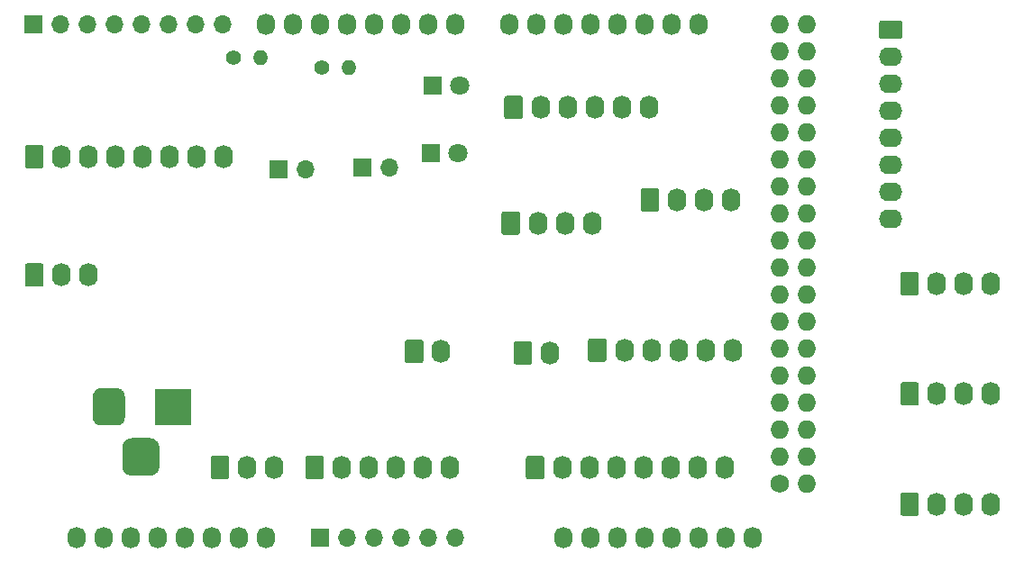
<source format=gbr>
G04 #@! TF.GenerationSoftware,KiCad,Pcbnew,(5.1.5-0-10_14)*
G04 #@! TF.CreationDate,2021-10-24T15:35:04+10:00*
G04 #@! TF.ProjectId,Hornet Forward Output Shield,486f726e-6574-4204-966f-727761726420,rev?*
G04 #@! TF.SameCoordinates,Original*
G04 #@! TF.FileFunction,Soldermask,Bot*
G04 #@! TF.FilePolarity,Negative*
%FSLAX46Y46*%
G04 Gerber Fmt 4.6, Leading zero omitted, Abs format (unit mm)*
G04 Created by KiCad (PCBNEW (5.1.5-0-10_14)) date 2021-10-24 15:35:04*
%MOMM*%
%LPD*%
G04 APERTURE LIST*
%ADD10O,1.740000X2.200000*%
%ADD11C,0.100000*%
%ADD12R,3.500000X3.500000*%
%ADD13O,1.700000X1.700000*%
%ADD14R,1.700000X1.700000*%
%ADD15O,2.200000X1.740000*%
%ADD16C,1.400000*%
%ADD17O,1.400000X1.400000*%
%ADD18C,1.800000*%
%ADD19R,1.800000X1.800000*%
%ADD20C,1.727200*%
%ADD21O,1.727200X1.727200*%
%ADD22O,1.727200X2.032000*%
G04 APERTURE END LIST*
D10*
X149860000Y-112522000D03*
X147320000Y-112522000D03*
D11*
G36*
X145424505Y-111423204D02*
G01*
X145448773Y-111426804D01*
X145472572Y-111432765D01*
X145495671Y-111441030D01*
X145517850Y-111451520D01*
X145538893Y-111464132D01*
X145558599Y-111478747D01*
X145576777Y-111495223D01*
X145593253Y-111513401D01*
X145607868Y-111533107D01*
X145620480Y-111554150D01*
X145630970Y-111576329D01*
X145639235Y-111599428D01*
X145645196Y-111623227D01*
X145648796Y-111647495D01*
X145650000Y-111671999D01*
X145650000Y-113372001D01*
X145648796Y-113396505D01*
X145645196Y-113420773D01*
X145639235Y-113444572D01*
X145630970Y-113467671D01*
X145620480Y-113489850D01*
X145607868Y-113510893D01*
X145593253Y-113530599D01*
X145576777Y-113548777D01*
X145558599Y-113565253D01*
X145538893Y-113579868D01*
X145517850Y-113592480D01*
X145495671Y-113602970D01*
X145472572Y-113611235D01*
X145448773Y-113617196D01*
X145424505Y-113620796D01*
X145400001Y-113622000D01*
X144159999Y-113622000D01*
X144135495Y-113620796D01*
X144111227Y-113617196D01*
X144087428Y-113611235D01*
X144064329Y-113602970D01*
X144042150Y-113592480D01*
X144021107Y-113579868D01*
X144001401Y-113565253D01*
X143983223Y-113548777D01*
X143966747Y-113530599D01*
X143952132Y-113510893D01*
X143939520Y-113489850D01*
X143929030Y-113467671D01*
X143920765Y-113444572D01*
X143914804Y-113420773D01*
X143911204Y-113396505D01*
X143910000Y-113372001D01*
X143910000Y-111671999D01*
X143911204Y-111647495D01*
X143914804Y-111623227D01*
X143920765Y-111599428D01*
X143929030Y-111576329D01*
X143939520Y-111554150D01*
X143952132Y-111533107D01*
X143966747Y-111513401D01*
X143983223Y-111495223D01*
X144001401Y-111478747D01*
X144021107Y-111464132D01*
X144042150Y-111451520D01*
X144064329Y-111441030D01*
X144087428Y-111432765D01*
X144111227Y-111426804D01*
X144135495Y-111423204D01*
X144159999Y-111422000D01*
X145400001Y-111422000D01*
X145424505Y-111423204D01*
G37*
D10*
X166370000Y-112522000D03*
X163830000Y-112522000D03*
X161290000Y-112522000D03*
X158750000Y-112522000D03*
X156210000Y-112522000D03*
D11*
G36*
X154314505Y-111423204D02*
G01*
X154338773Y-111426804D01*
X154362572Y-111432765D01*
X154385671Y-111441030D01*
X154407850Y-111451520D01*
X154428893Y-111464132D01*
X154448599Y-111478747D01*
X154466777Y-111495223D01*
X154483253Y-111513401D01*
X154497868Y-111533107D01*
X154510480Y-111554150D01*
X154520970Y-111576329D01*
X154529235Y-111599428D01*
X154535196Y-111623227D01*
X154538796Y-111647495D01*
X154540000Y-111671999D01*
X154540000Y-113372001D01*
X154538796Y-113396505D01*
X154535196Y-113420773D01*
X154529235Y-113444572D01*
X154520970Y-113467671D01*
X154510480Y-113489850D01*
X154497868Y-113510893D01*
X154483253Y-113530599D01*
X154466777Y-113548777D01*
X154448599Y-113565253D01*
X154428893Y-113579868D01*
X154407850Y-113592480D01*
X154385671Y-113602970D01*
X154362572Y-113611235D01*
X154338773Y-113617196D01*
X154314505Y-113620796D01*
X154290001Y-113622000D01*
X153049999Y-113622000D01*
X153025495Y-113620796D01*
X153001227Y-113617196D01*
X152977428Y-113611235D01*
X152954329Y-113602970D01*
X152932150Y-113592480D01*
X152911107Y-113579868D01*
X152891401Y-113565253D01*
X152873223Y-113548777D01*
X152856747Y-113530599D01*
X152842132Y-113510893D01*
X152829520Y-113489850D01*
X152819030Y-113467671D01*
X152810765Y-113444572D01*
X152804804Y-113420773D01*
X152801204Y-113396505D01*
X152800000Y-113372001D01*
X152800000Y-111671999D01*
X152801204Y-111647495D01*
X152804804Y-111623227D01*
X152810765Y-111599428D01*
X152819030Y-111576329D01*
X152829520Y-111554150D01*
X152842132Y-111533107D01*
X152856747Y-111513401D01*
X152873223Y-111495223D01*
X152891401Y-111478747D01*
X152911107Y-111464132D01*
X152932150Y-111451520D01*
X152954329Y-111441030D01*
X152977428Y-111432765D01*
X153001227Y-111426804D01*
X153025495Y-111423204D01*
X153049999Y-111422000D01*
X154290001Y-111422000D01*
X154314505Y-111423204D01*
G37*
D10*
X165544000Y-101600000D03*
D11*
G36*
X163648505Y-100501204D02*
G01*
X163672773Y-100504804D01*
X163696572Y-100510765D01*
X163719671Y-100519030D01*
X163741850Y-100529520D01*
X163762893Y-100542132D01*
X163782599Y-100556747D01*
X163800777Y-100573223D01*
X163817253Y-100591401D01*
X163831868Y-100611107D01*
X163844480Y-100632150D01*
X163854970Y-100654329D01*
X163863235Y-100677428D01*
X163869196Y-100701227D01*
X163872796Y-100725495D01*
X163874000Y-100749999D01*
X163874000Y-102450001D01*
X163872796Y-102474505D01*
X163869196Y-102498773D01*
X163863235Y-102522572D01*
X163854970Y-102545671D01*
X163844480Y-102567850D01*
X163831868Y-102588893D01*
X163817253Y-102608599D01*
X163800777Y-102626777D01*
X163782599Y-102643253D01*
X163762893Y-102657868D01*
X163741850Y-102670480D01*
X163719671Y-102680970D01*
X163696572Y-102689235D01*
X163672773Y-102695196D01*
X163648505Y-102698796D01*
X163624001Y-102700000D01*
X162383999Y-102700000D01*
X162359495Y-102698796D01*
X162335227Y-102695196D01*
X162311428Y-102689235D01*
X162288329Y-102680970D01*
X162266150Y-102670480D01*
X162245107Y-102657868D01*
X162225401Y-102643253D01*
X162207223Y-102626777D01*
X162190747Y-102608599D01*
X162176132Y-102588893D01*
X162163520Y-102567850D01*
X162153030Y-102545671D01*
X162144765Y-102522572D01*
X162138804Y-102498773D01*
X162135204Y-102474505D01*
X162134000Y-102450001D01*
X162134000Y-100749999D01*
X162135204Y-100725495D01*
X162138804Y-100701227D01*
X162144765Y-100677428D01*
X162153030Y-100654329D01*
X162163520Y-100632150D01*
X162176132Y-100611107D01*
X162190747Y-100591401D01*
X162207223Y-100573223D01*
X162225401Y-100556747D01*
X162245107Y-100542132D01*
X162266150Y-100529520D01*
X162288329Y-100519030D01*
X162311428Y-100510765D01*
X162335227Y-100504804D01*
X162359495Y-100501204D01*
X162383999Y-100500000D01*
X163624001Y-100500000D01*
X163648505Y-100501204D01*
G37*
D10*
X145098000Y-83312000D03*
X142558000Y-83312000D03*
X140018000Y-83312000D03*
X137478000Y-83312000D03*
X134938000Y-83312000D03*
X132398000Y-83312000D03*
X129858000Y-83312000D03*
D11*
G36*
X127962505Y-82213204D02*
G01*
X127986773Y-82216804D01*
X128010572Y-82222765D01*
X128033671Y-82231030D01*
X128055850Y-82241520D01*
X128076893Y-82254132D01*
X128096599Y-82268747D01*
X128114777Y-82285223D01*
X128131253Y-82303401D01*
X128145868Y-82323107D01*
X128158480Y-82344150D01*
X128168970Y-82366329D01*
X128177235Y-82389428D01*
X128183196Y-82413227D01*
X128186796Y-82437495D01*
X128188000Y-82461999D01*
X128188000Y-84162001D01*
X128186796Y-84186505D01*
X128183196Y-84210773D01*
X128177235Y-84234572D01*
X128168970Y-84257671D01*
X128158480Y-84279850D01*
X128145868Y-84300893D01*
X128131253Y-84320599D01*
X128114777Y-84338777D01*
X128096599Y-84355253D01*
X128076893Y-84369868D01*
X128055850Y-84382480D01*
X128033671Y-84392970D01*
X128010572Y-84401235D01*
X127986773Y-84407196D01*
X127962505Y-84410796D01*
X127938001Y-84412000D01*
X126697999Y-84412000D01*
X126673495Y-84410796D01*
X126649227Y-84407196D01*
X126625428Y-84401235D01*
X126602329Y-84392970D01*
X126580150Y-84382480D01*
X126559107Y-84369868D01*
X126539401Y-84355253D01*
X126521223Y-84338777D01*
X126504747Y-84320599D01*
X126490132Y-84300893D01*
X126477520Y-84279850D01*
X126467030Y-84257671D01*
X126458765Y-84234572D01*
X126452804Y-84210773D01*
X126449204Y-84186505D01*
X126448000Y-84162001D01*
X126448000Y-82461999D01*
X126449204Y-82437495D01*
X126452804Y-82413227D01*
X126458765Y-82389428D01*
X126467030Y-82366329D01*
X126477520Y-82344150D01*
X126490132Y-82323107D01*
X126504747Y-82303401D01*
X126521223Y-82285223D01*
X126539401Y-82268747D01*
X126559107Y-82254132D01*
X126580150Y-82241520D01*
X126602329Y-82231030D01*
X126625428Y-82222765D01*
X126649227Y-82216804D01*
X126673495Y-82213204D01*
X126697999Y-82212000D01*
X127938001Y-82212000D01*
X127962505Y-82213204D01*
G37*
G36*
X138295765Y-109761213D02*
G01*
X138380704Y-109773813D01*
X138463999Y-109794677D01*
X138544848Y-109823605D01*
X138622472Y-109860319D01*
X138696124Y-109904464D01*
X138765094Y-109955616D01*
X138828718Y-110013282D01*
X138886384Y-110076906D01*
X138937536Y-110145876D01*
X138981681Y-110219528D01*
X139018395Y-110297152D01*
X139047323Y-110378001D01*
X139068187Y-110461296D01*
X139080787Y-110546235D01*
X139085000Y-110632000D01*
X139085000Y-112382000D01*
X139080787Y-112467765D01*
X139068187Y-112552704D01*
X139047323Y-112635999D01*
X139018395Y-112716848D01*
X138981681Y-112794472D01*
X138937536Y-112868124D01*
X138886384Y-112937094D01*
X138828718Y-113000718D01*
X138765094Y-113058384D01*
X138696124Y-113109536D01*
X138622472Y-113153681D01*
X138544848Y-113190395D01*
X138463999Y-113219323D01*
X138380704Y-113240187D01*
X138295765Y-113252787D01*
X138210000Y-113257000D01*
X136460000Y-113257000D01*
X136374235Y-113252787D01*
X136289296Y-113240187D01*
X136206001Y-113219323D01*
X136125152Y-113190395D01*
X136047528Y-113153681D01*
X135973876Y-113109536D01*
X135904906Y-113058384D01*
X135841282Y-113000718D01*
X135783616Y-112937094D01*
X135732464Y-112868124D01*
X135688319Y-112794472D01*
X135651605Y-112716848D01*
X135622677Y-112635999D01*
X135601813Y-112552704D01*
X135589213Y-112467765D01*
X135585000Y-112382000D01*
X135585000Y-110632000D01*
X135589213Y-110546235D01*
X135601813Y-110461296D01*
X135622677Y-110378001D01*
X135651605Y-110297152D01*
X135688319Y-110219528D01*
X135732464Y-110145876D01*
X135783616Y-110076906D01*
X135841282Y-110013282D01*
X135904906Y-109955616D01*
X135973876Y-109904464D01*
X136047528Y-109860319D01*
X136125152Y-109823605D01*
X136206001Y-109794677D01*
X136289296Y-109773813D01*
X136374235Y-109761213D01*
X136460000Y-109757000D01*
X138210000Y-109757000D01*
X138295765Y-109761213D01*
G37*
G36*
X135158513Y-105060611D02*
G01*
X135231318Y-105071411D01*
X135302714Y-105089295D01*
X135372013Y-105114090D01*
X135438548Y-105145559D01*
X135501678Y-105183398D01*
X135560795Y-105227242D01*
X135615330Y-105276670D01*
X135664758Y-105331205D01*
X135708602Y-105390322D01*
X135746441Y-105453452D01*
X135777910Y-105519987D01*
X135802705Y-105589286D01*
X135820589Y-105660682D01*
X135831389Y-105733487D01*
X135835000Y-105807000D01*
X135835000Y-107807000D01*
X135831389Y-107880513D01*
X135820589Y-107953318D01*
X135802705Y-108024714D01*
X135777910Y-108094013D01*
X135746441Y-108160548D01*
X135708602Y-108223678D01*
X135664758Y-108282795D01*
X135615330Y-108337330D01*
X135560795Y-108386758D01*
X135501678Y-108430602D01*
X135438548Y-108468441D01*
X135372013Y-108499910D01*
X135302714Y-108524705D01*
X135231318Y-108542589D01*
X135158513Y-108553389D01*
X135085000Y-108557000D01*
X133585000Y-108557000D01*
X133511487Y-108553389D01*
X133438682Y-108542589D01*
X133367286Y-108524705D01*
X133297987Y-108499910D01*
X133231452Y-108468441D01*
X133168322Y-108430602D01*
X133109205Y-108386758D01*
X133054670Y-108337330D01*
X133005242Y-108282795D01*
X132961398Y-108223678D01*
X132923559Y-108160548D01*
X132892090Y-108094013D01*
X132867295Y-108024714D01*
X132849411Y-107953318D01*
X132838611Y-107880513D01*
X132835000Y-107807000D01*
X132835000Y-105807000D01*
X132838611Y-105733487D01*
X132849411Y-105660682D01*
X132867295Y-105589286D01*
X132892090Y-105519987D01*
X132923559Y-105453452D01*
X132961398Y-105390322D01*
X133005242Y-105331205D01*
X133054670Y-105276670D01*
X133109205Y-105227242D01*
X133168322Y-105183398D01*
X133231452Y-105145559D01*
X133297987Y-105114090D01*
X133367286Y-105089295D01*
X133438682Y-105071411D01*
X133511487Y-105060611D01*
X133585000Y-105057000D01*
X135085000Y-105057000D01*
X135158513Y-105060611D01*
G37*
D12*
X140335000Y-106807000D03*
D13*
X152781000Y-84455000D03*
D14*
X150241000Y-84455000D03*
D13*
X160655000Y-84328000D03*
D14*
X158115000Y-84328000D03*
D10*
X179705000Y-89535000D03*
X177165000Y-89535000D03*
X174625000Y-89535000D03*
D11*
G36*
X172729505Y-88436204D02*
G01*
X172753773Y-88439804D01*
X172777572Y-88445765D01*
X172800671Y-88454030D01*
X172822850Y-88464520D01*
X172843893Y-88477132D01*
X172863599Y-88491747D01*
X172881777Y-88508223D01*
X172898253Y-88526401D01*
X172912868Y-88546107D01*
X172925480Y-88567150D01*
X172935970Y-88589329D01*
X172944235Y-88612428D01*
X172950196Y-88636227D01*
X172953796Y-88660495D01*
X172955000Y-88684999D01*
X172955000Y-90385001D01*
X172953796Y-90409505D01*
X172950196Y-90433773D01*
X172944235Y-90457572D01*
X172935970Y-90480671D01*
X172925480Y-90502850D01*
X172912868Y-90523893D01*
X172898253Y-90543599D01*
X172881777Y-90561777D01*
X172863599Y-90578253D01*
X172843893Y-90592868D01*
X172822850Y-90605480D01*
X172800671Y-90615970D01*
X172777572Y-90624235D01*
X172753773Y-90630196D01*
X172729505Y-90633796D01*
X172705001Y-90635000D01*
X171464999Y-90635000D01*
X171440495Y-90633796D01*
X171416227Y-90630196D01*
X171392428Y-90624235D01*
X171369329Y-90615970D01*
X171347150Y-90605480D01*
X171326107Y-90592868D01*
X171306401Y-90578253D01*
X171288223Y-90561777D01*
X171271747Y-90543599D01*
X171257132Y-90523893D01*
X171244520Y-90502850D01*
X171234030Y-90480671D01*
X171225765Y-90457572D01*
X171219804Y-90433773D01*
X171216204Y-90409505D01*
X171215000Y-90385001D01*
X171215000Y-88684999D01*
X171216204Y-88660495D01*
X171219804Y-88636227D01*
X171225765Y-88612428D01*
X171234030Y-88589329D01*
X171244520Y-88567150D01*
X171257132Y-88546107D01*
X171271747Y-88526401D01*
X171288223Y-88508223D01*
X171306401Y-88491747D01*
X171326107Y-88477132D01*
X171347150Y-88464520D01*
X171369329Y-88454030D01*
X171392428Y-88445765D01*
X171416227Y-88439804D01*
X171440495Y-88436204D01*
X171464999Y-88435000D01*
X172705001Y-88435000D01*
X172729505Y-88436204D01*
G37*
D10*
X192786000Y-87376000D03*
X190246000Y-87376000D03*
X187706000Y-87376000D03*
D11*
G36*
X185810505Y-86277204D02*
G01*
X185834773Y-86280804D01*
X185858572Y-86286765D01*
X185881671Y-86295030D01*
X185903850Y-86305520D01*
X185924893Y-86318132D01*
X185944599Y-86332747D01*
X185962777Y-86349223D01*
X185979253Y-86367401D01*
X185993868Y-86387107D01*
X186006480Y-86408150D01*
X186016970Y-86430329D01*
X186025235Y-86453428D01*
X186031196Y-86477227D01*
X186034796Y-86501495D01*
X186036000Y-86525999D01*
X186036000Y-88226001D01*
X186034796Y-88250505D01*
X186031196Y-88274773D01*
X186025235Y-88298572D01*
X186016970Y-88321671D01*
X186006480Y-88343850D01*
X185993868Y-88364893D01*
X185979253Y-88384599D01*
X185962777Y-88402777D01*
X185944599Y-88419253D01*
X185924893Y-88433868D01*
X185903850Y-88446480D01*
X185881671Y-88456970D01*
X185858572Y-88465235D01*
X185834773Y-88471196D01*
X185810505Y-88474796D01*
X185786001Y-88476000D01*
X184545999Y-88476000D01*
X184521495Y-88474796D01*
X184497227Y-88471196D01*
X184473428Y-88465235D01*
X184450329Y-88456970D01*
X184428150Y-88446480D01*
X184407107Y-88433868D01*
X184387401Y-88419253D01*
X184369223Y-88402777D01*
X184352747Y-88384599D01*
X184338132Y-88364893D01*
X184325520Y-88343850D01*
X184315030Y-88321671D01*
X184306765Y-88298572D01*
X184300804Y-88274773D01*
X184297204Y-88250505D01*
X184296000Y-88226001D01*
X184296000Y-86525999D01*
X184297204Y-86501495D01*
X184300804Y-86477227D01*
X184306765Y-86453428D01*
X184315030Y-86430329D01*
X184325520Y-86408150D01*
X184338132Y-86387107D01*
X184352747Y-86367401D01*
X184369223Y-86349223D01*
X184387401Y-86332747D01*
X184407107Y-86318132D01*
X184428150Y-86305520D01*
X184450329Y-86295030D01*
X184473428Y-86286765D01*
X184497227Y-86280804D01*
X184521495Y-86277204D01*
X184545999Y-86276000D01*
X185786001Y-86276000D01*
X185810505Y-86277204D01*
G37*
D10*
X192151000Y-112522000D03*
X189611000Y-112522000D03*
X187071000Y-112522000D03*
X184531000Y-112522000D03*
X181991000Y-112522000D03*
X179451000Y-112522000D03*
X176911000Y-112522000D03*
D11*
G36*
X175015505Y-111423204D02*
G01*
X175039773Y-111426804D01*
X175063572Y-111432765D01*
X175086671Y-111441030D01*
X175108850Y-111451520D01*
X175129893Y-111464132D01*
X175149599Y-111478747D01*
X175167777Y-111495223D01*
X175184253Y-111513401D01*
X175198868Y-111533107D01*
X175211480Y-111554150D01*
X175221970Y-111576329D01*
X175230235Y-111599428D01*
X175236196Y-111623227D01*
X175239796Y-111647495D01*
X175241000Y-111671999D01*
X175241000Y-113372001D01*
X175239796Y-113396505D01*
X175236196Y-113420773D01*
X175230235Y-113444572D01*
X175221970Y-113467671D01*
X175211480Y-113489850D01*
X175198868Y-113510893D01*
X175184253Y-113530599D01*
X175167777Y-113548777D01*
X175149599Y-113565253D01*
X175129893Y-113579868D01*
X175108850Y-113592480D01*
X175086671Y-113602970D01*
X175063572Y-113611235D01*
X175039773Y-113617196D01*
X175015505Y-113620796D01*
X174991001Y-113622000D01*
X173750999Y-113622000D01*
X173726495Y-113620796D01*
X173702227Y-113617196D01*
X173678428Y-113611235D01*
X173655329Y-113602970D01*
X173633150Y-113592480D01*
X173612107Y-113579868D01*
X173592401Y-113565253D01*
X173574223Y-113548777D01*
X173557747Y-113530599D01*
X173543132Y-113510893D01*
X173530520Y-113489850D01*
X173520030Y-113467671D01*
X173511765Y-113444572D01*
X173505804Y-113420773D01*
X173502204Y-113396505D01*
X173501000Y-113372001D01*
X173501000Y-111671999D01*
X173502204Y-111647495D01*
X173505804Y-111623227D01*
X173511765Y-111599428D01*
X173520030Y-111576329D01*
X173530520Y-111554150D01*
X173543132Y-111533107D01*
X173557747Y-111513401D01*
X173574223Y-111495223D01*
X173592401Y-111478747D01*
X173612107Y-111464132D01*
X173633150Y-111451520D01*
X173655329Y-111441030D01*
X173678428Y-111432765D01*
X173702227Y-111426804D01*
X173726495Y-111423204D01*
X173750999Y-111422000D01*
X174991001Y-111422000D01*
X175015505Y-111423204D01*
G37*
D10*
X217170000Y-105600000D03*
X214630000Y-105600000D03*
X212090000Y-105600000D03*
D11*
G36*
X210194505Y-104501204D02*
G01*
X210218773Y-104504804D01*
X210242572Y-104510765D01*
X210265671Y-104519030D01*
X210287850Y-104529520D01*
X210308893Y-104542132D01*
X210328599Y-104556747D01*
X210346777Y-104573223D01*
X210363253Y-104591401D01*
X210377868Y-104611107D01*
X210390480Y-104632150D01*
X210400970Y-104654329D01*
X210409235Y-104677428D01*
X210415196Y-104701227D01*
X210418796Y-104725495D01*
X210420000Y-104749999D01*
X210420000Y-106450001D01*
X210418796Y-106474505D01*
X210415196Y-106498773D01*
X210409235Y-106522572D01*
X210400970Y-106545671D01*
X210390480Y-106567850D01*
X210377868Y-106588893D01*
X210363253Y-106608599D01*
X210346777Y-106626777D01*
X210328599Y-106643253D01*
X210308893Y-106657868D01*
X210287850Y-106670480D01*
X210265671Y-106680970D01*
X210242572Y-106689235D01*
X210218773Y-106695196D01*
X210194505Y-106698796D01*
X210170001Y-106700000D01*
X208929999Y-106700000D01*
X208905495Y-106698796D01*
X208881227Y-106695196D01*
X208857428Y-106689235D01*
X208834329Y-106680970D01*
X208812150Y-106670480D01*
X208791107Y-106657868D01*
X208771401Y-106643253D01*
X208753223Y-106626777D01*
X208736747Y-106608599D01*
X208722132Y-106588893D01*
X208709520Y-106567850D01*
X208699030Y-106545671D01*
X208690765Y-106522572D01*
X208684804Y-106498773D01*
X208681204Y-106474505D01*
X208680000Y-106450001D01*
X208680000Y-104749999D01*
X208681204Y-104725495D01*
X208684804Y-104701227D01*
X208690765Y-104677428D01*
X208699030Y-104654329D01*
X208709520Y-104632150D01*
X208722132Y-104611107D01*
X208736747Y-104591401D01*
X208753223Y-104573223D01*
X208771401Y-104556747D01*
X208791107Y-104542132D01*
X208812150Y-104529520D01*
X208834329Y-104519030D01*
X208857428Y-104510765D01*
X208881227Y-104504804D01*
X208905495Y-104501204D01*
X208929999Y-104500000D01*
X210170001Y-104500000D01*
X210194505Y-104501204D01*
G37*
D10*
X217170000Y-115951000D03*
X214630000Y-115951000D03*
X212090000Y-115951000D03*
D11*
G36*
X210194505Y-114852204D02*
G01*
X210218773Y-114855804D01*
X210242572Y-114861765D01*
X210265671Y-114870030D01*
X210287850Y-114880520D01*
X210308893Y-114893132D01*
X210328599Y-114907747D01*
X210346777Y-114924223D01*
X210363253Y-114942401D01*
X210377868Y-114962107D01*
X210390480Y-114983150D01*
X210400970Y-115005329D01*
X210409235Y-115028428D01*
X210415196Y-115052227D01*
X210418796Y-115076495D01*
X210420000Y-115100999D01*
X210420000Y-116801001D01*
X210418796Y-116825505D01*
X210415196Y-116849773D01*
X210409235Y-116873572D01*
X210400970Y-116896671D01*
X210390480Y-116918850D01*
X210377868Y-116939893D01*
X210363253Y-116959599D01*
X210346777Y-116977777D01*
X210328599Y-116994253D01*
X210308893Y-117008868D01*
X210287850Y-117021480D01*
X210265671Y-117031970D01*
X210242572Y-117040235D01*
X210218773Y-117046196D01*
X210194505Y-117049796D01*
X210170001Y-117051000D01*
X208929999Y-117051000D01*
X208905495Y-117049796D01*
X208881227Y-117046196D01*
X208857428Y-117040235D01*
X208834329Y-117031970D01*
X208812150Y-117021480D01*
X208791107Y-117008868D01*
X208771401Y-116994253D01*
X208753223Y-116977777D01*
X208736747Y-116959599D01*
X208722132Y-116939893D01*
X208709520Y-116918850D01*
X208699030Y-116896671D01*
X208690765Y-116873572D01*
X208684804Y-116849773D01*
X208681204Y-116825505D01*
X208680000Y-116801001D01*
X208680000Y-115100999D01*
X208681204Y-115076495D01*
X208684804Y-115052227D01*
X208690765Y-115028428D01*
X208699030Y-115005329D01*
X208709520Y-114983150D01*
X208722132Y-114962107D01*
X208736747Y-114942401D01*
X208753223Y-114924223D01*
X208771401Y-114907747D01*
X208791107Y-114893132D01*
X208812150Y-114880520D01*
X208834329Y-114870030D01*
X208857428Y-114861765D01*
X208881227Y-114855804D01*
X208905495Y-114852204D01*
X208929999Y-114851000D01*
X210170001Y-114851000D01*
X210194505Y-114852204D01*
G37*
D15*
X207772000Y-89154000D03*
X207772000Y-86614000D03*
X207772000Y-84074000D03*
X207772000Y-81534000D03*
X207772000Y-78994000D03*
X207772000Y-76454000D03*
X207772000Y-73914000D03*
D11*
G36*
X208646505Y-70505204D02*
G01*
X208670773Y-70508804D01*
X208694572Y-70514765D01*
X208717671Y-70523030D01*
X208739850Y-70533520D01*
X208760893Y-70546132D01*
X208780599Y-70560747D01*
X208798777Y-70577223D01*
X208815253Y-70595401D01*
X208829868Y-70615107D01*
X208842480Y-70636150D01*
X208852970Y-70658329D01*
X208861235Y-70681428D01*
X208867196Y-70705227D01*
X208870796Y-70729495D01*
X208872000Y-70753999D01*
X208872000Y-71994001D01*
X208870796Y-72018505D01*
X208867196Y-72042773D01*
X208861235Y-72066572D01*
X208852970Y-72089671D01*
X208842480Y-72111850D01*
X208829868Y-72132893D01*
X208815253Y-72152599D01*
X208798777Y-72170777D01*
X208780599Y-72187253D01*
X208760893Y-72201868D01*
X208739850Y-72214480D01*
X208717671Y-72224970D01*
X208694572Y-72233235D01*
X208670773Y-72239196D01*
X208646505Y-72242796D01*
X208622001Y-72244000D01*
X206921999Y-72244000D01*
X206897495Y-72242796D01*
X206873227Y-72239196D01*
X206849428Y-72233235D01*
X206826329Y-72224970D01*
X206804150Y-72214480D01*
X206783107Y-72201868D01*
X206763401Y-72187253D01*
X206745223Y-72170777D01*
X206728747Y-72152599D01*
X206714132Y-72132893D01*
X206701520Y-72111850D01*
X206691030Y-72089671D01*
X206682765Y-72066572D01*
X206676804Y-72042773D01*
X206673204Y-72018505D01*
X206672000Y-71994001D01*
X206672000Y-70753999D01*
X206673204Y-70729495D01*
X206676804Y-70705227D01*
X206682765Y-70681428D01*
X206691030Y-70658329D01*
X206701520Y-70636150D01*
X206714132Y-70615107D01*
X206728747Y-70595401D01*
X206745223Y-70577223D01*
X206763401Y-70560747D01*
X206783107Y-70546132D01*
X206804150Y-70533520D01*
X206826329Y-70523030D01*
X206849428Y-70514765D01*
X206873227Y-70508804D01*
X206897495Y-70505204D01*
X206921999Y-70504000D01*
X208622001Y-70504000D01*
X208646505Y-70505204D01*
G37*
D10*
X217170000Y-95250000D03*
X214630000Y-95250000D03*
X212090000Y-95250000D03*
D11*
G36*
X210194505Y-94151204D02*
G01*
X210218773Y-94154804D01*
X210242572Y-94160765D01*
X210265671Y-94169030D01*
X210287850Y-94179520D01*
X210308893Y-94192132D01*
X210328599Y-94206747D01*
X210346777Y-94223223D01*
X210363253Y-94241401D01*
X210377868Y-94261107D01*
X210390480Y-94282150D01*
X210400970Y-94304329D01*
X210409235Y-94327428D01*
X210415196Y-94351227D01*
X210418796Y-94375495D01*
X210420000Y-94399999D01*
X210420000Y-96100001D01*
X210418796Y-96124505D01*
X210415196Y-96148773D01*
X210409235Y-96172572D01*
X210400970Y-96195671D01*
X210390480Y-96217850D01*
X210377868Y-96238893D01*
X210363253Y-96258599D01*
X210346777Y-96276777D01*
X210328599Y-96293253D01*
X210308893Y-96307868D01*
X210287850Y-96320480D01*
X210265671Y-96330970D01*
X210242572Y-96339235D01*
X210218773Y-96345196D01*
X210194505Y-96348796D01*
X210170001Y-96350000D01*
X208929999Y-96350000D01*
X208905495Y-96348796D01*
X208881227Y-96345196D01*
X208857428Y-96339235D01*
X208834329Y-96330970D01*
X208812150Y-96320480D01*
X208791107Y-96307868D01*
X208771401Y-96293253D01*
X208753223Y-96276777D01*
X208736747Y-96258599D01*
X208722132Y-96238893D01*
X208709520Y-96217850D01*
X208699030Y-96195671D01*
X208690765Y-96172572D01*
X208684804Y-96148773D01*
X208681204Y-96124505D01*
X208680000Y-96100001D01*
X208680000Y-94399999D01*
X208681204Y-94375495D01*
X208684804Y-94351227D01*
X208690765Y-94327428D01*
X208699030Y-94304329D01*
X208709520Y-94282150D01*
X208722132Y-94261107D01*
X208736747Y-94241401D01*
X208753223Y-94223223D01*
X208771401Y-94206747D01*
X208791107Y-94192132D01*
X208812150Y-94179520D01*
X208834329Y-94169030D01*
X208857428Y-94160765D01*
X208881227Y-94154804D01*
X208905495Y-94151204D01*
X208929999Y-94150000D01*
X210170001Y-94150000D01*
X210194505Y-94151204D01*
G37*
D10*
X192913000Y-101473000D03*
X190373000Y-101473000D03*
X187833000Y-101473000D03*
X185293000Y-101473000D03*
X182753000Y-101473000D03*
D11*
G36*
X180857505Y-100374204D02*
G01*
X180881773Y-100377804D01*
X180905572Y-100383765D01*
X180928671Y-100392030D01*
X180950850Y-100402520D01*
X180971893Y-100415132D01*
X180991599Y-100429747D01*
X181009777Y-100446223D01*
X181026253Y-100464401D01*
X181040868Y-100484107D01*
X181053480Y-100505150D01*
X181063970Y-100527329D01*
X181072235Y-100550428D01*
X181078196Y-100574227D01*
X181081796Y-100598495D01*
X181083000Y-100622999D01*
X181083000Y-102323001D01*
X181081796Y-102347505D01*
X181078196Y-102371773D01*
X181072235Y-102395572D01*
X181063970Y-102418671D01*
X181053480Y-102440850D01*
X181040868Y-102461893D01*
X181026253Y-102481599D01*
X181009777Y-102499777D01*
X180991599Y-102516253D01*
X180971893Y-102530868D01*
X180950850Y-102543480D01*
X180928671Y-102553970D01*
X180905572Y-102562235D01*
X180881773Y-102568196D01*
X180857505Y-102571796D01*
X180833001Y-102573000D01*
X179592999Y-102573000D01*
X179568495Y-102571796D01*
X179544227Y-102568196D01*
X179520428Y-102562235D01*
X179497329Y-102553970D01*
X179475150Y-102543480D01*
X179454107Y-102530868D01*
X179434401Y-102516253D01*
X179416223Y-102499777D01*
X179399747Y-102481599D01*
X179385132Y-102461893D01*
X179372520Y-102440850D01*
X179362030Y-102418671D01*
X179353765Y-102395572D01*
X179347804Y-102371773D01*
X179344204Y-102347505D01*
X179343000Y-102323001D01*
X179343000Y-100622999D01*
X179344204Y-100598495D01*
X179347804Y-100574227D01*
X179353765Y-100550428D01*
X179362030Y-100527329D01*
X179372520Y-100505150D01*
X179385132Y-100484107D01*
X179399747Y-100464401D01*
X179416223Y-100446223D01*
X179434401Y-100429747D01*
X179454107Y-100415132D01*
X179475150Y-100402520D01*
X179497329Y-100392030D01*
X179520428Y-100383765D01*
X179544227Y-100377804D01*
X179568495Y-100374204D01*
X179592999Y-100373000D01*
X180833001Y-100373000D01*
X180857505Y-100374204D01*
G37*
D10*
X132398000Y-94424500D03*
X129858000Y-94424500D03*
D11*
G36*
X127962505Y-93325704D02*
G01*
X127986773Y-93329304D01*
X128010572Y-93335265D01*
X128033671Y-93343530D01*
X128055850Y-93354020D01*
X128076893Y-93366632D01*
X128096599Y-93381247D01*
X128114777Y-93397723D01*
X128131253Y-93415901D01*
X128145868Y-93435607D01*
X128158480Y-93456650D01*
X128168970Y-93478829D01*
X128177235Y-93501928D01*
X128183196Y-93525727D01*
X128186796Y-93549995D01*
X128188000Y-93574499D01*
X128188000Y-95274501D01*
X128186796Y-95299005D01*
X128183196Y-95323273D01*
X128177235Y-95347072D01*
X128168970Y-95370171D01*
X128158480Y-95392350D01*
X128145868Y-95413393D01*
X128131253Y-95433099D01*
X128114777Y-95451277D01*
X128096599Y-95467753D01*
X128076893Y-95482368D01*
X128055850Y-95494980D01*
X128033671Y-95505470D01*
X128010572Y-95513735D01*
X127986773Y-95519696D01*
X127962505Y-95523296D01*
X127938001Y-95524500D01*
X126697999Y-95524500D01*
X126673495Y-95523296D01*
X126649227Y-95519696D01*
X126625428Y-95513735D01*
X126602329Y-95505470D01*
X126580150Y-95494980D01*
X126559107Y-95482368D01*
X126539401Y-95467753D01*
X126521223Y-95451277D01*
X126504747Y-95433099D01*
X126490132Y-95413393D01*
X126477520Y-95392350D01*
X126467030Y-95370171D01*
X126458765Y-95347072D01*
X126452804Y-95323273D01*
X126449204Y-95299005D01*
X126448000Y-95274501D01*
X126448000Y-93574499D01*
X126449204Y-93549995D01*
X126452804Y-93525727D01*
X126458765Y-93501928D01*
X126467030Y-93478829D01*
X126477520Y-93456650D01*
X126490132Y-93435607D01*
X126504747Y-93415901D01*
X126521223Y-93397723D01*
X126539401Y-93381247D01*
X126559107Y-93366632D01*
X126580150Y-93354020D01*
X126602329Y-93343530D01*
X126625428Y-93335265D01*
X126649227Y-93329304D01*
X126673495Y-93325704D01*
X126697999Y-93324500D01*
X127938001Y-93324500D01*
X127962505Y-93325704D01*
G37*
D16*
X154305000Y-74930000D03*
D17*
X156845000Y-74930000D03*
D16*
X146050000Y-73977500D03*
D17*
X148590000Y-73977500D03*
D10*
X185039000Y-78676500D03*
X182499000Y-78676500D03*
X179959000Y-78676500D03*
X177419000Y-78676500D03*
X174879000Y-78676500D03*
D11*
G36*
X172983505Y-77577704D02*
G01*
X173007773Y-77581304D01*
X173031572Y-77587265D01*
X173054671Y-77595530D01*
X173076850Y-77606020D01*
X173097893Y-77618632D01*
X173117599Y-77633247D01*
X173135777Y-77649723D01*
X173152253Y-77667901D01*
X173166868Y-77687607D01*
X173179480Y-77708650D01*
X173189970Y-77730829D01*
X173198235Y-77753928D01*
X173204196Y-77777727D01*
X173207796Y-77801995D01*
X173209000Y-77826499D01*
X173209000Y-79526501D01*
X173207796Y-79551005D01*
X173204196Y-79575273D01*
X173198235Y-79599072D01*
X173189970Y-79622171D01*
X173179480Y-79644350D01*
X173166868Y-79665393D01*
X173152253Y-79685099D01*
X173135777Y-79703277D01*
X173117599Y-79719753D01*
X173097893Y-79734368D01*
X173076850Y-79746980D01*
X173054671Y-79757470D01*
X173031572Y-79765735D01*
X173007773Y-79771696D01*
X172983505Y-79775296D01*
X172959001Y-79776500D01*
X171718999Y-79776500D01*
X171694495Y-79775296D01*
X171670227Y-79771696D01*
X171646428Y-79765735D01*
X171623329Y-79757470D01*
X171601150Y-79746980D01*
X171580107Y-79734368D01*
X171560401Y-79719753D01*
X171542223Y-79703277D01*
X171525747Y-79685099D01*
X171511132Y-79665393D01*
X171498520Y-79644350D01*
X171488030Y-79622171D01*
X171479765Y-79599072D01*
X171473804Y-79575273D01*
X171470204Y-79551005D01*
X171469000Y-79526501D01*
X171469000Y-77826499D01*
X171470204Y-77801995D01*
X171473804Y-77777727D01*
X171479765Y-77753928D01*
X171488030Y-77730829D01*
X171498520Y-77708650D01*
X171511132Y-77687607D01*
X171525747Y-77667901D01*
X171542223Y-77649723D01*
X171560401Y-77633247D01*
X171580107Y-77618632D01*
X171601150Y-77606020D01*
X171623329Y-77595530D01*
X171646428Y-77587265D01*
X171670227Y-77581304D01*
X171694495Y-77577704D01*
X171718999Y-77576500D01*
X172959001Y-77576500D01*
X172983505Y-77577704D01*
G37*
D10*
X175768000Y-101727000D03*
D11*
G36*
X173872505Y-100628204D02*
G01*
X173896773Y-100631804D01*
X173920572Y-100637765D01*
X173943671Y-100646030D01*
X173965850Y-100656520D01*
X173986893Y-100669132D01*
X174006599Y-100683747D01*
X174024777Y-100700223D01*
X174041253Y-100718401D01*
X174055868Y-100738107D01*
X174068480Y-100759150D01*
X174078970Y-100781329D01*
X174087235Y-100804428D01*
X174093196Y-100828227D01*
X174096796Y-100852495D01*
X174098000Y-100876999D01*
X174098000Y-102577001D01*
X174096796Y-102601505D01*
X174093196Y-102625773D01*
X174087235Y-102649572D01*
X174078970Y-102672671D01*
X174068480Y-102694850D01*
X174055868Y-102715893D01*
X174041253Y-102735599D01*
X174024777Y-102753777D01*
X174006599Y-102770253D01*
X173986893Y-102784868D01*
X173965850Y-102797480D01*
X173943671Y-102807970D01*
X173920572Y-102816235D01*
X173896773Y-102822196D01*
X173872505Y-102825796D01*
X173848001Y-102827000D01*
X172607999Y-102827000D01*
X172583495Y-102825796D01*
X172559227Y-102822196D01*
X172535428Y-102816235D01*
X172512329Y-102807970D01*
X172490150Y-102797480D01*
X172469107Y-102784868D01*
X172449401Y-102770253D01*
X172431223Y-102753777D01*
X172414747Y-102735599D01*
X172400132Y-102715893D01*
X172387520Y-102694850D01*
X172377030Y-102672671D01*
X172368765Y-102649572D01*
X172362804Y-102625773D01*
X172359204Y-102601505D01*
X172358000Y-102577001D01*
X172358000Y-100876999D01*
X172359204Y-100852495D01*
X172362804Y-100828227D01*
X172368765Y-100804428D01*
X172377030Y-100781329D01*
X172387520Y-100759150D01*
X172400132Y-100738107D01*
X172414747Y-100718401D01*
X172431223Y-100700223D01*
X172449401Y-100683747D01*
X172469107Y-100669132D01*
X172490150Y-100656520D01*
X172512329Y-100646030D01*
X172535428Y-100637765D01*
X172559227Y-100631804D01*
X172583495Y-100628204D01*
X172607999Y-100627000D01*
X173848001Y-100627000D01*
X173872505Y-100628204D01*
G37*
D18*
X167132000Y-82931000D03*
D19*
X164592000Y-82931000D03*
D18*
X167259000Y-76581000D03*
D19*
X164719000Y-76581000D03*
D13*
X145034000Y-70866000D03*
X142494000Y-70866000D03*
X139954000Y-70866000D03*
X137414000Y-70866000D03*
X134874000Y-70866000D03*
X132334000Y-70866000D03*
X129794000Y-70866000D03*
D14*
X127254000Y-70866000D03*
D13*
X166878000Y-119126000D03*
X164338000Y-119126000D03*
X161798000Y-119126000D03*
X159258000Y-119126000D03*
X156718000Y-119126000D03*
D14*
X154178000Y-119126000D03*
D20*
X197358000Y-114046000D03*
D21*
X199898000Y-114046000D03*
X197358000Y-111506000D03*
X199898000Y-111506000D03*
X197358000Y-108966000D03*
X199898000Y-108966000D03*
X197358000Y-106426000D03*
X199898000Y-106426000D03*
X197358000Y-103886000D03*
X199898000Y-103886000D03*
X197358000Y-101346000D03*
X199898000Y-101346000D03*
X197358000Y-98806000D03*
X199898000Y-98806000D03*
X197358000Y-96266000D03*
X199898000Y-96266000D03*
X197358000Y-93726000D03*
X199898000Y-93726000D03*
X197358000Y-91186000D03*
X199898000Y-91186000D03*
X197358000Y-88646000D03*
X199898000Y-88646000D03*
X197358000Y-86106000D03*
X199898000Y-86106000D03*
X197358000Y-83566000D03*
X199898000Y-83566000D03*
X197358000Y-81026000D03*
X199898000Y-81026000D03*
X197358000Y-78486000D03*
X199898000Y-78486000D03*
X197358000Y-75946000D03*
X199898000Y-75946000D03*
X197358000Y-73406000D03*
X199898000Y-73406000D03*
X197358000Y-70866000D03*
X199898000Y-70866000D03*
D22*
X131318000Y-119126000D03*
X133858000Y-119126000D03*
X136398000Y-119126000D03*
X138938000Y-119126000D03*
X141478000Y-119126000D03*
X144018000Y-119126000D03*
X146558000Y-119126000D03*
X149098000Y-119126000D03*
X177038000Y-119126000D03*
X179578000Y-119126000D03*
X182118000Y-119126000D03*
X184658000Y-119126000D03*
X187198000Y-119126000D03*
X189738000Y-119126000D03*
X192278000Y-119126000D03*
X194818000Y-119126000D03*
X149098000Y-70866000D03*
X151638000Y-70866000D03*
X154178000Y-70866000D03*
X156718000Y-70866000D03*
X159258000Y-70866000D03*
X161798000Y-70866000D03*
X164338000Y-70866000D03*
X166878000Y-70866000D03*
X171958000Y-70866000D03*
X174498000Y-70866000D03*
X177038000Y-70866000D03*
X179578000Y-70866000D03*
X182118000Y-70866000D03*
X184658000Y-70866000D03*
X187198000Y-70866000D03*
X189738000Y-70866000D03*
M02*

</source>
